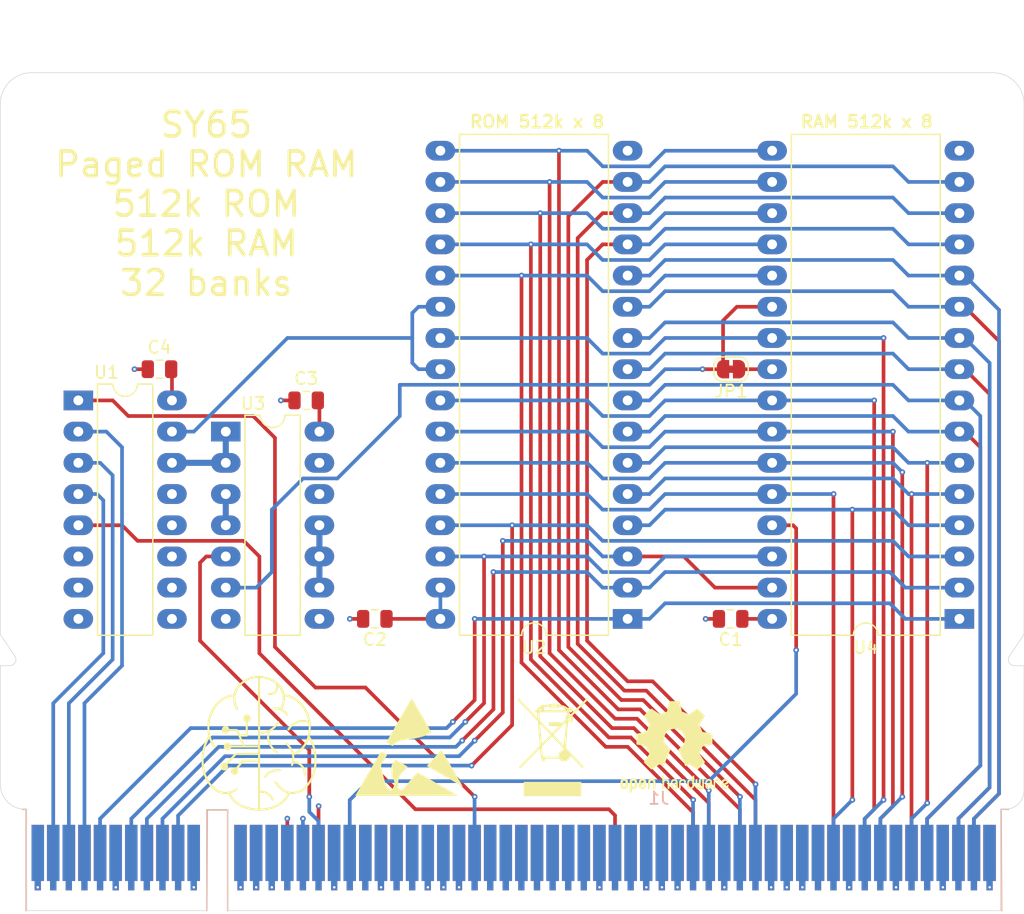
<source format=kicad_pcb>
(kicad_pcb (version 20240108) (generator "pcbnew") (generator_version "8.0")
  (layers (0 "F.Cu" signal) (1 "In1.Cu" power) (2 "In2.Cu" power) (31 "B.Cu" signal) (34 "B.Paste" user) (35 "F.Paste" user) (36 "B.SilkS" user "B.Silkscreen") (37 "F.SilkS" user "F.Silkscreen") (38 "B.Mask" user) (39 "F.Mask" user) (44 "Edge.Cuts" user))
  (net 0 "")
  (net 1 "+5V")
  (net 2 "GND")
  (net 3 "/RAM_3")
  (net 4 "/R{slash}~{W}")
  (net 5 "/ROM_2")
  (net 6 "/~{IRQ_4}")
  (net 7 "/D6")
  (net 8 "/A5")
  (net 9 "/ROM_5")
  (net 10 "/E")
  (net 11 "/~{IO}")
  (net 12 "/~{RDY}")
  (net 13 "/A6")
  (net 14 "/RAM_1")
  (net 15 "/D3")
  (net 16 "/RAM_4")
  (net 17 "/~{IRQ}")
  (net 18 "/~{L_RAM}")
  (net 19 "/A14")
  (net 20 "/SYNC_VPA")
  (net 21 "/M{slash}X")
  (net 22 "/CLK")
  (net 23 "/~{IRQ_0.4}")
  (net 24 "/~{IRQ_0.7}")
  (net 25 "/D4")
  (net 26 "+9V")
  (net 27 "/~{IRQ_0}")
  (net 28 "/D7")
  (net 29 "/A15")
  (net 30 "/A10")
  (net 31 "/A1")
  (net 32 "/~{NMI}")
  (net 33 "/RAM_2")
  (net 34 "/Ø2{slash}VDA")
  (net 35 "/ROM_6")
  (net 36 "/ROM_1")
  (net 37 "/~{IRQ_0.3}")
  (net 38 "/~{IRQ_1}")
  (net 39 "/ROM_0")
  (net 40 "/A7")
  (net 41 "/PAGE")
  (net 42 "/A9")
  (net 43 "/RAM_5")
  (net 44 "/~{IRQ_2}")
  (net 45 "/RAM_7")
  (net 46 "/~{IRQ_0.0}")
  (net 47 "/D1")
  (net 48 "/~{H_RAM}")
  (net 49 "/~{IRQ_0.1}")
  (net 50 "/D0")
  (net 51 "/A2")
  (net 52 "/RAM_0")
  (net 53 "/D2")
  (net 54 "/A12")
  (net 55 "/~{IRQ_0.5}")
  (net 56 "/~{RES}")
  (net 57 "/ROM_7")
  (net 58 "/~{BE}")
  (net 59 "/ROM_4")
  (net 60 "/~{IRQ_0.2}")
  (net 61 "/~{VP}")
  (net 62 "/A3")
  (net 63 "/~{ROM}")
  (net 64 "/D5")
  (net 65 "/~{IRQ_3}")
  (net 66 "/A13")
  (net 67 "/A4")
  (net 68 "/~{IRQ_0.6}")
  (net 69 "/RAM_6")
  (net 70 "/A11")
  (net 71 "/A0")
  (net 72 "/A8")
  (net 73 "/ROM_3")
  (net 74 "/~{ML}")
  (net 75 "Net-(JP1-A)")
  (net 76 "Net-(JP1-B)")
  (net 78 "/~{PAGE_RAM}")
  (net 83 "/~{PAGE_ROM}")
  (net 85 "/PAGE_RAM")
  (net 86 "Net-(U3-Pad10)")
  (footprint "Package_DIP:DIP-16_W7.62mm_LongPads" (layer "F.Cu") (at 125.222 72.39)
    (property "Reference" "U1")
    (property "Value" "74HC138")
  )
  (footprint "Capacitor_SMD:C_0805_2012Metric" (layer "F.Cu") (at 178.308 90.17 180)
    (property "Reference" "C1")
    (property "Value" "100n")
  )
  (footprint "Capacitor_SMD:C_0805_2012Metric" (layer "F.Cu") (at 131.826 69.85 180)
    (property "Reference" "C4")
    (property "Value" "100n")
  )
  (footprint "Jumper:SolderJumper-2_P1.3mm_Bridged_RoundedPad1.0x1.5mm" (layer "F.Cu") (at 178.3428 69.85 180)
    (property "Reference" "JP1")
    (property "Value" "OE_H")
  )
  (footprint "Symbol:WEEE-Logo_5.6x8mm_SilkScreen" (layer "F.Cu") (at 163.83 100.584)
    (property "Reference" "REF**" (hide yes))
    (property "Value" "WEEE-Logo_5.6x8mm_SilkScreen" (hide yes))
  )
  (footprint "Eigene:logo" (layer "F.Cu") (at 139.954 100.33)
    (property "Reference" "G***" (hide yes))
    (property "Value" "LOGO" (hide yes))
  )
  (footprint "Capacitor_SMD:C_0805_2012Metric" (layer "F.Cu") (at 149.352 90.17 180)
    (property "Reference" "C2")
    (property "Value" "100n")
  )
  (footprint "Symbol:ESD-Logo_8.9x8mm_SilkScreen" (layer "F.Cu") (at 152.146 100.584)
    (property "Reference" "REF**" (hide yes))
    (property "Value" "ESD-Logo_8.9x8mm_SilkScreen" (hide yes))
  )
  (footprint "Package_DIP:DIP-32_W15.24mm_LongPads" (layer "F.Cu") (at 169.926 90.17 180)
    (property "Reference" "U2")
    (property "Value" "SST39SF040")
  )
  (footprint "Capacitor_SMD:C_0805_2012Metric" (layer "F.Cu") (at 143.764 72.39 180)
    (property "Reference" "C3")
    (property "Value" "100n")
  )
  (footprint "Package_DIP:DIP-14_W7.62mm_LongPads" (layer "F.Cu") (at 137.222 74.93)
    (property "Reference" "U3")
    (property "Value" "74HC00")
  )
  (footprint "Symbol:OSHW-Logo2_9.8x8mm_SilkScreen" (layer "F.Cu") (at 173.736 100.584)
    (property "Reference" "REF**" (hide yes))
    (property "Value" "OSHW-Logo2_9.8x8mm_SilkScreen" (hide yes))
  )
  (footprint "Package_DIP:DIP-32_W15.24mm_LongPads" (layer "F.Cu") (at 196.926 90.17 180)
    (property "Reference" "U4")
    (property "Value" "AS6C4008-55PCN")
  )
  (footprint "Connector_PCBEdge:BUS_PCI" (layer "B.Cu") (at 160.65 110.55 180)
    (property "Reference" "J1")
    (property "Value" "Bus_PCI_6502")
  )
  (gr_arc (start 120.088369 93.244815) (mid 120.066132 93.739072) (end 119.634 93.98) (stroke (width 0.05)) (layer "Edge.Cuts"))
  (gr_arc (start 201.422 93.98) (mid 200.989868 93.739071) (end 200.967631 93.244815) (stroke (width 0.05)) (layer "Edge.Cuts"))
  (gr_line (start 202.184 91.44) (end 202.184 48.26) (stroke (width 0.05)) (layer "Edge.Cuts"))
  (gr_line (start 121.412 45.72) (end 199.644 45.72) (stroke (width 0.05)) (layer "Edge.Cuts"))
  (gr_arc (start 202.184 104.14) (mid 201.737631 105.217631) (end 200.66 105.664) (stroke (width 0.05)) (layer "Edge.Cuts"))
  (gr_arc (start 118.872 48.26) (mid 119.615949 46.463949) (end 121.412 45.72) (stroke (width 0.05)) (layer "Edge.Cuts"))
  (gr_line (start 202.184 93.98) (end 202.184 104.14) (stroke (width 0.05)) (layer "Edge.Cuts"))
  (gr_line (start 135.636 113.919) (end 135.636 105.664) (stroke (width 0.05)) (layer "Edge.Cuts"))
  (gr_line (start 135.636 105.664) (end 137.414 105.664) (stroke (width 0.05)) (layer "Edge.Cuts"))
  (gr_line (start 200.967631 93.244815) (end 202.184 91.44) (stroke (width 0.05)) (layer "Edge.Cuts"))
  (gr_line (start 119.634 93.98) (end 118.872 93.98) (stroke (width 0.05)) (layer "Edge.Cuts"))
  (gr_line (start 121.031 113.919) (end 135.636 113.919) (stroke (width 0.05)) (layer "Edge.Cuts"))
  (gr_arc (start 120.904 105.664) (mid 119.467159 105.068841) (end 118.872 103.632) (stroke (width 0.05)) (layer "Edge.Cuts"))
  (gr_line (start 137.414 113.919) (end 200.279 113.919) (stroke (width 0.05)) (layer "Edge.Cuts"))
  (gr_line (start 202.184 93.98) (end 201.422 93.98) (stroke (width 0.05)) (layer "Edge.Cuts"))
  (gr_line (start 120.904 105.664) (end 121.031 105.664) (stroke (width 0.05)) (layer "Edge.Cuts"))
  (gr_arc (start 199.644 45.72) (mid 201.440051 46.463949) (end 202.184 48.26) (stroke (width 0.05)) (layer "Edge.Cuts"))
  (gr_line (start 200.279 113.919) (end 200.279 105.664) (stroke (width 0.05)) (layer "Edge.Cuts"))
  (gr_line (start 137.414 105.664) (end 137.414 113.919) (stroke (width 0.05)) (layer "Edge.Cuts"))
  (gr_line (start 118.872 91.44) (end 120.088369 93.244815) (stroke (width 0.05)) (layer "Edge.Cuts"))
  (gr_line (start 200.279 105.664) (end 200.66 105.664) (stroke (width 0.05)) (layer "Edge.Cuts"))
  (gr_line (start 118.872 91.44) (end 118.872 48.26) (stroke (width 0.05)) (layer "Edge.Cuts"))
  (gr_line (start 121.031 105.664) (end 121.031 113.919) (stroke (width 0.05)) (layer "Edge.Cuts"))
  (gr_line (start 118.872 103.632) (end 118.872 93.98) (stroke (width 0.05)) (layer "Edge.Cuts"))
  (gr_text "ROM 512k x 8" (at 156.972 50.292 0) (layer "F.SilkS") (effects (font (size 1 1) (thickness 0.2) (bold yes)) (justify left bottom)))
  (gr_text "RAM 512k x 8" (at 183.896 50.292 0) (layer "F.SilkS") (effects (font (size 1 1) (thickness 0.2) (bold yes)) (justify left bottom)))
  (gr_text "SY65\nPaged ROM RAM\n512k ROM\n512k RAM\n32 banks" (at 135.636 64.008 0) (layer "F.SilkS") (effects (font (size 2 2) (thickness 0.3)) (justify bottom)))
  (segment (start 132.842 69.916) (end 132.776 69.85) (width 0.3) (layer "F.Cu") (net 1))
  (segment (start 144.842 72.518) (end 144.714 72.39) (width 0.3) (layer "F.Cu") (net 1))
  (segment (start 132.842 72.39) (end 132.842 69.916) (width 0.3) (layer "F.Cu") (net 1))
  (segment (start 179.258 90.17) (end 181.686 90.17) (width 0.3) (layer "F.Cu") (net 1))
  (segment (start 150.302 90.17) (end 154.686 90.17) (width 0.3) (layer "F.Cu") (net 1))
  (segment (start 144.842 74.93) (end 144.842 72.518) (width 0.3) (layer "F.Cu") (net 1))
  (via (at 172.72 112.014) (size 0.46) (drill 0.2) (layers "F.Cu" "B.Cu") (net 1))
  (via (at 182.88 112.014) (size 0.46) (drill 0.2) (layers "F.Cu" "B.Cu") (net 1))
  (via (at 154.94 112.014) (size 0.46) (drill 0.2) (layers "F.Cu" "B.Cu") (net 1))
  (via (at 140.97 112.014) (size 0.46) (drill 0.2) (layers "F.Cu" "B.Cu") (net 1))
  (segment (start 154.686 87.63) (end 154.686 90.17) (width 0.3) (layer "B.Cu") (net 1))
  (segment (start 148.402 90.17) (end 147.32 90.17) (width 0.3) (layer "F.Cu") (net 2))
  (segment (start 177.358 90.17) (end 176.276 90.17) (width 0.3) (layer "F.Cu") (net 2))
  (segment (start 142.23 106.426) (end 142.23 109.22) (width 0.3) (layer "F.Cu") (net 2))
  (segment (start 142.814 72.39) (end 141.705 72.39) (width 0.3) (layer "F.Cu") (net 2))
  (segment (start 144.77 105.42) (end 144.78 105.41) (width 0.3) (layer "F.Cu") (net 2))
  (segment (start 130.876 69.85) (end 129.794 69.85) (width 0.3) (layer "F.Cu") (net 2))
  (segment (start 144.77 109.22) (end 144.77 105.42) (width 0.3) (layer "F.Cu") (net 2))
  (via (at 139.7 112.014) (size 0.46) (drill 0.2) (layers "F.Cu" "B.Cu") (net 2))
  (via (at 171.45 112.014) (size 0.46) (drill 0.2) (layers "F.Cu" "B.Cu") (net 2))
  (via (at 181.61 112.014) (size 0.46) (drill 0.2) (layers "F.Cu" "B.Cu") (net 2))
  (via (at 147.32 90.17) (size 0.46) (drill 0.2) (layers "F.Cu" "B.Cu") (net 2))
  (via (at 128.27 112.014) (size 0.46) (drill 0.2) (layers "F.Cu" "B.Cu") (net 2))
  (via (at 149.86 112.014) (size 0.46) (drill 0.2) (layers "F.Cu" "B.Cu") (net 2))
  (via (at 191.77 112.014) (size 0.46) (drill 0.2) (layers "F.Cu" "B.Cu") (net 2))
  (via (at 187.96 112.014) (size 0.46) (drill 0.2) (layers "F.Cu" "B.Cu") (net 2))
  (via (at 121.92 112.014) (size 0.46) (drill 0.2) (layers "F.Cu" "B.Cu") (net 2))
  (via (at 184.15 112.014) (size 0.46) (drill 0.2) (layers "F.Cu" "B.Cu") (net 2))
  (via (at 156.21 112.014) (size 0.46) (drill 0.2) (layers "F.Cu" "B.Cu") (net 2))
  (via (at 195.58 112.014) (size 0.46) (drill 0.2) (layers "F.Cu" "B.Cu") (net 2))
  (via (at 141.705 72.39) (size 0.46) (drill 0.2) (layers "F.Cu" "B.Cu") (net 2))
  (via (at 153.67 112.014) (size 0.46) (drill 0.2) (layers "F.Cu" "B.Cu") (net 2))
  (via (at 146.05 112.014) (size 0.46) (drill 0.2) (layers "F.Cu" "B.Cu") (net 2))
  (via (at 177.8 112.014) (size 0.46) (drill 0.2) (layers "F.Cu" "B.Cu") (net 2))
  (via (at 144.78 105.41) (size 0.46) (drill 0.2) (layers "F.Cu" "B.Cu") (net 2))
  (via (at 134.62 112.014) (size 0.46) (drill 0.2) (layers "F.Cu" "B.Cu") (net 2))
  (via (at 173.99 112.014) (size 0.46) (drill 0.2) (layers "F.Cu" "B.Cu") (net 2))
  (via (at 167.64 112.014) (size 0.46) (drill 0.2) (layers "F.Cu" "B.Cu") (net 2))
  (via (at 176.276 90.17) (size 0.46) (drill 0.2) (layers "F.Cu" "B.Cu") (net 2))
  (via (at 199.39 112.014) (size 0.46) (drill 0.2) (layers "F.Cu" "B.Cu") (net 2))
  (via (at 129.794 69.85) (size 0.46) (drill 0.2) (layers "F.Cu" "B.Cu") (net 2))
  (via (at 143.5 106.426) (size 0.46) (drill 0.2) (layers "F.Cu" "B.Cu") (net 2))
  (via (at 142.23 106.426) (size 0.46) (drill 0.2) (layers "F.Cu" "B.Cu") (net 2))
  (segment (start 143.5 106.426) (end 143.5 109.22) (width 0.3) (layer "B.Cu") (net 2))
  (segment (start 183.642 92.71) (end 183.642 82.804) (width 0.3) (layer "F.Cu") (net 4))
  (segment (start 183.642 82.804) (end 183.388 82.55) (width 0.3) (layer "F.Cu") (net 4))
  (segment (start 183.388 82.55) (end 181.686 82.55) (width 0.3) (layer "F.Cu") (net 4))
  (via (at 183.642 92.71) (size 0.46) (drill 0.2) (layers "F.Cu" "B.Cu") (net 4))
  (segment (start 163.322 103.378) (end 176.53 103.378) (width 0.3) (layer "B.Cu") (net 4))
  (segment (start 148.336 103.886) (end 148.844 103.378) (width 0.3) (layer "B.Cu") (net 4))
  (segment (start 176.53 103.378) (end 181.356 98.552) (width 0.3) (layer "B.Cu") (net 4))
  (segment (start 147.31 104.912) (end 148.336 103.886) (width 0.3) (layer "B.Cu") (net 4))
  (segment (start 181.356 98.552) (end 183.642 96.266) (width 0.3) (layer "B.Cu") (net 4))
  (segment (start 148.844 103.378) (end 163.322 103.378) (width 0.3) (layer "B.Cu") (net 4))
  (segment (start 147.31 109.22) (end 147.31 104.912) (width 0.3) (layer "B.Cu") (net 4))
  (segment (start 183.642 96.266) (end 183.642 92.71) (width 0.3) (layer "B.Cu") (net 4))
  (segment (start 159.004 97.536) (end 156.464 100.076) (width 0.3) (layer "F.Cu") (net 5))
  (segment (start 159.004 86.36) (end 159.004 97.536) (width 0.3) (layer "F.Cu") (net 5))
  (via (at 156.464 100.076) (size 0.46) (drill 0.2) (layers "F.Cu" "B.Cu") (net 5))
  (via (at 159.004 86.36) (size 0.46) (drill 0.2) (layers "F.Cu" "B.Cu") (net 5))
  (segment (start 169.926 87.63) (end 171.704 87.63) (width 0.3) (layer "B.Cu") (net 5))
  (segment (start 159.004 86.36) (end 166.624 86.36) (width 0.3) (layer "B.Cu") (net 5))
  (segment (start 167.894 87.63) (end 169.926 87.63) (width 0.3) (layer "B.Cu") (net 5))
  (segment (start 192.532 87.63) (end 196.926 87.63) (width 0.3) (layer "B.Cu") (net 5))
  (segment (start 155.956 100.584) (end 156.464 100.076) (width 0.3) (layer "B.Cu") (net 5))
  (segment (start 130.8 106.436) (end 135.382 101.854) (width 0.3) (layer "B.Cu") (net 5))
  (segment (start 135.382 101.854) (end 136.652 100.584) (width 0.3) (layer "B.Cu") (net 5))
  (segment (start 130.8 109.22) (end 130.8 106.436) (width 0.3) (layer "B.Cu") (net 5))
  (segment (start 166.624 86.36) (end 167.894 87.63) (width 0.3) (layer "B.Cu") (net 5))
  (segment (start 172.974 86.36) (end 191.262 86.36) (width 0.3) (layer "B.Cu") (net 5))
  (segment (start 138.684 100.584) (end 155.956 100.584) (width 0.3) (layer "B.Cu") (net 5))
  (segment (start 136.652 100.584) (end 138.684 100.584) (width 0.3) (layer "B.Cu") (net 5))
  (segment (start 191.262 86.36) (end 192.532 87.63) (width 0.3) (layer "B.Cu") (net 5))
  (segment (start 171.704 87.63) (end 172.974 86.36) (width 0.3) (layer "B.Cu") (net 5))
  (segment (start 170.18 99.822) (end 175.26 104.902) (width 0.3) (layer "F.Cu") (net 7))
  (segment (start 162.052 59.69) (end 162.052 93.472) (width 0.3) (layer "F.Cu") (net 7))
  (segment (start 162.052 93.472) (end 168.402 99.822) (width 0.3) (layer "F.Cu") (net 7))
  (segment (start 168.402 99.822) (end 170.18 99.822) (width 0.3) (layer "F.Cu") (net 7))
  (via (at 175.26 104.902) (size 0.46) (drill 0.2) (layers "F.Cu" "B.Cu") (net 7))
  (via (at 162.052 59.69) (size 0.46) (drill 0.2) (layers "F.Cu" "B.Cu") (net 7))
  (segment (start 162.052 59.69) (end 166.624 59.69) (width 0.3) (layer "B.Cu") (net 7))
  (segment (start 154.686 59.69) (end 162.052 59.69) (width 0.3) (layer "B.Cu") (net 7))
  (segment (start 171.704 60.96) (end 172.974 59.69) (width 0.3) (layer "B.Cu") (net 7))
  (segment (start 172.974 59.69) (end 181.686 59.69) (width 0.3) (layer "B.Cu") (net 7))
  (segment (start 175.25 104.912) (end 175.26 104.902) (width 0.3) (layer "B.Cu") (net 7))
  (segment (start 175.25 109.22) (end 175.25 104.912) (width 0.3) (layer "B.Cu") (net 7))
  (segment (start 166.624 59.69) (end 167.894 60.96) (width 0.3) (layer "B.Cu") (net 7))
  (segment (start 167.894 60.96) (end 171.704 60.96) (width 0.3) (layer "B.Cu") (net 7))
  (segment (start 194.3 106.436) (end 198.628 102.108) (width 0.3) (layer "F.Cu") (net 8))
  (segment (start 197.358 74.93) (end 196.926 74.93) (width 0.3) (layer "F.Cu") (net 8))
  (segment (start 198.628 102.108) (end 198.628 76.2) (width 0.3) (layer "F.Cu") (net 8))
  (segment (start 198.628 76.2) (end 197.358 74.93) (width 0.3) (layer "F.Cu") (net 8))
  (segment (start 194.3 109.22) (end 194.3 106.436) (width 0.3) (layer "F.Cu") (net 8))
  (segment (start 192.786 74.93) (end 196.926 74.93) (width 0.3) (layer "B.Cu") (net 8))
  (segment (start 191.516 73.66) (end 192.786 74.93) (width 0.3) (layer "B.Cu") (net 8))
  (segment (start 172.974 73.66) (end 191.516 73.66) (width 0.3) (layer "B.Cu") (net 8))
  (segment (start 169.926 74.93) (end 171.704 74.93) (width 0.3) (layer "B.Cu") (net 8))
  (segment (start 171.704 74.93) (end 172.974 73.66) (width 0.3) (layer "B.Cu") (net 8))
  (segment (start 125.72 97.038) (end 128.778 93.98) (width 0.3) (layer "B.Cu") (net 9))
  (segment (start 128.778 76.2) (end 127.508 74.93) (width 0.3) (layer "B.Cu") (net 9))
  (segment (start 127.508 74.93) (end 125.222 74.93) (width 0.3) (layer "B.Cu") (net 9))
  (segment (start 128.778 93.98) (end 128.778 76.2) (width 0.3) (layer "B.Cu") (net 9))
  (segment (start 125.72 109.22) (end 125.72 97.038) (width 0.3) (layer "B.Cu") (net 9))
  (segment (start 194.31 105.156) (end 194.31 77.47) (width 0.3) (layer "F.Cu") (net 13))
  (via (at 194.31 105.156) (size 0.46) (drill 0.2) (layers "F.Cu" "B.Cu") (net 13))
  (via (at 194.31 77.47) (size 0.46) (drill 0.2) (layers "F.Cu" "B.Cu") (net 13))
  (segment (start 193.03 106.436) (end 194.31 105.156) (width 0.3) (layer "B.Cu") (net 13))
  (segment (start 171.704 77.47) (end 172.974 76.2) (width 0.3) (layer "B.Cu") (net 13))
  (segment (start 172.974 76.2) (end 191.516 76.2) (width 0.3) (layer "B.Cu") (net 13))
  (segment (start 194.31 77.47) (end 196.926 77.47) (width 0.3) (layer "B.Cu") (net 13))
  (segment (start 191.516 76.2) (end 192.786 77.47) (width 0.3) (layer "B.Cu") (net 13))
  (segment (start 192.786 77.47) (end 194.31 77.47) (width 0.3) (layer "B.Cu") (net 13))
  (segment (start 193.03 109.22) (end 193.03 106.436) (width 0.3) (layer "B.Cu") (net 13))
  (segment (start 169.926 77.47) (end 171.704 77.47) (width 0.3) (layer "B.Cu") (net 13))
  (segment (start 170.942 97.536) (end 179.06 105.654) (width 0.3) (layer "F.Cu") (net 15))
  (segment (start 164.338 52.07) (end 164.338 92.71) (width 0.3) (layer "F.Cu") (net 15))
  (segment (start 169.164 97.536) (end 170.942 97.536) (width 0.3) (layer "F.Cu") (net 15))
  (segment (start 164.338 92.71) (end 169.164 97.536) (width 0.3) (layer "F.Cu") (net 15))
  (segment (start 179.06 105.654) (end 179.06 109.22) (width 0.3) (layer "F.Cu") (net 15))
  (via (at 164.338 52.07) (size 0.46) (drill 0.2) (layers "F.Cu" "B.Cu") (net 15))
  (segment (start 171.704 53.34) (end 172.974 52.07) (width 0.3) (layer "B.Cu") (net 15))
  (segment (start 172.974 52.07) (end 181.686 52.07) (width 0.3) (layer "B.Cu") (net 15))
  (segment (start 166.624 52.07) (end 167.894 53.34) (width 0.3) (layer "B.Cu") (net 15))
  (segment (start 167.894 53.34) (end 171.704 53.34) (width 0.3) (layer "B.Cu") (net 15))
  (segment (start 164.338 52.07) (end 166.624 52.07) (width 0.3) (layer "B.Cu") (net 15))
  (segment (start 154.686 52.07) (end 164.338 52.07) (width 0.3) (layer "B.Cu") (net 15))
  (segment (start 135.636 85.09) (end 137.222 85.09) (width 0.3) (layer "F.Cu") (net 22))
  (segment (start 135.128 91.948) (end 135.128 85.598) (width 0.3) (layer "F.Cu") (net 22))
  (segment (start 135.128 85.598) (end 135.636 85.09) (width 0.3) (layer "F.Cu") (net 22))
  (segment (start 144.018 104.648) (end 144.018 100.838) (width 0.3) (layer "F.Cu") (net 22))
  (segment (start 144.018 100.838) (end 135.128 91.948) (width 0.3) (layer "F.Cu") (net 22))
  (via (at 144.018 104.648) (size 0.46) (drill 0.2) (layers "F.Cu" "B.Cu") (net 22))
  (segment (start 144.77 106.627122) (end 144.018 105.875122) (width 0.3) (layer "B.Cu") (net 22))
  (segment (start 144.77 109.22) (end 144.77 106.627122) (width 0.3) (layer "B.Cu") (net 22))
  (segment (start 144.018 105.875122) (end 144.018 104.648) (width 0.3) (layer "B.Cu") (net 22))
  (segment (start 163.576 54.61) (end 163.576 92.964) (width 0.3) (layer "F.Cu") (net 25))
  (segment (start 168.91 98.298) (end 170.688 98.298) (width 0.3) (layer "F.Cu") (net 25))
  (segment (start 170.688 98.298) (end 176.53 104.14) (width 0.3) (layer "F.Cu") (net 25))
  (segment (start 163.576 92.964) (end 168.91 98.298) (width 0.3) (layer "F.Cu") (net 25))
  (via (at 176.53 104.14) (size 0.46) (drill 0.2) (layers "F.Cu" "B.Cu") (net 25))
  (via (at 163.576 54.61) (size 0.46) (drill 0.2) (layers "F.Cu" "B.Cu") (net 25))
  (segment (start 163.576 54.61) (end 166.624 54.61) (width 0.3) (layer "B.Cu") (net 25))
  (segment (start 176.53 109.22) (end 176.53 104.14) (width 0.3) (layer "B.Cu") (net 25))
  (segment (start 172.974 54.61) (end 181.686 54.61) (width 0.3) (layer "B.Cu") (net 25))
  (segment (start 167.894 55.88) (end 171.704 55.88) (width 0.3) (layer "B.Cu") (net 25))
  (segment (start 154.686 54.61) (end 163.576 54.61) (width 0.3) (layer "B.Cu") (net 25))
  (segment (start 171.704 55.88) (end 172.974 54.61) (width 0.3) (layer "B.Cu") (net 25))
  (segment (start 166.624 54.61) (end 167.894 55.88) (width 0.3) (layer "B.Cu") (net 25))
  (via (at 138.43 112.014) (size 0.46) (drill 0.2) (layers "F.Cu" "B.Cu") (net 26))
  (segment (start 169.926 100.584) (end 175.25 105.908) (width 0.3) (layer "F.Cu") (net 28))
  (segment (start 161.29 62.23) (end 161.29 93.726) (width 0.3) (layer "F.Cu") (net 28))
  (segment (start 175.25 105.908) (end 175.25 109.22) (width 0.3) (layer "F.Cu") (net 28))
  (segment (start 161.29 93.726) (end 168.148 100.584) (width 0.3) (layer "F.Cu") (net 28))
  (segment (start 168.148 100.584) (end 169.926 100.584) (width 0.3) (layer "F.Cu") (net 28))
  (via (at 161.29 62.23) (size 0.46) (drill 0.2) (layers "F.Cu" "B.Cu") (net 28))
  (segment (start 167.894 63.5) (end 171.704 63.5) (width 0.3) (layer "B.Cu") (net 28))
  (segment (start 171.704 63.5) (end 172.974 62.23) (width 0.3) (layer "B.Cu") (net 28))
  (segment (start 154.686 62.23) (end 161.29 62.23) (width 0.3) (layer "B.Cu") (net 28))
  (segment (start 161.29 62.23) (end 166.624 62.23) (width 0.3) (layer "B.Cu") (net 28))
  (segment (start 166.624 62.23) (end 167.894 63.5) (width 0.3) (layer "B.Cu") (net 28))
  (segment (start 172.974 62.23) (end 181.686 62.23) (width 0.3) (layer "B.Cu") (net 28))
  (segment (start 190.754 104.902) (end 190.754 67.31) (width 0.3) (layer "F.Cu") (net 30))
  (via (at 190.754 104.902) (size 0.46) (drill 0.2) (layers "F.Cu" "B.Cu") (net 30))
  (via (at 190.754 67.31) (size 0.46) (drill 0.2) (layers "F.Cu" "B.Cu") (net 30))
  (segment (start 154.686 67.31) (end 166.624 67.31) (width 0.3) (layer "B.Cu") (net 30))
  (segment (start 167.894 68.58) (end 171.704 68.58) (width 0.3) (layer "B.Cu") (net 30))
  (segment (start 166.624 67.31) (end 167.894 68.58) (width 0.3) (layer "B.Cu") (net 30))
  (segment (start 171.704 68.58) (end 172.974 67.31) (width 0.3) (layer "B.Cu") (net 30))
  (segment (start 172.974 67.31) (end 181.686 67.31) (width 0.3) (layer "B.Cu") (net 30))
  (segment (start 190.754 67.31) (end 181.686 67.31) (width 0.3) (layer "B.Cu") (net 30))
  (segment (start 189.22 109.22) (end 189.22 106.436) (width 0.3) (layer "B.Cu") (net 30))
  (segment (start 189.22 106.436) (end 190.754 104.902) (width 0.3) (layer "B.Cu") (net 30))
  (segment (start 200.152 104.394) (end 200.152 67.564) (width 0.3) (layer "F.Cu") (net 31))
  (segment (start 200.152 67.564) (end 197.358 64.77) (width 0.3) (layer "F.Cu") (net 31))
  (segment (start 198.11 109.22) (end 198.11 106.436) (width 0.3) (layer "F.Cu") (net 31))
  (segment (start 198.11 106.436) (end 200.152 104.394) (width 0.3) (layer "F.Cu") (net 31))
  (segment (start 197.358 64.77) (end 196.926 64.77) (width 0.3) (layer "F.Cu") (net 31))
  (segment (start 169.926 64.77) (end 171.704 64.77) (width 0.3) (layer "B.Cu") (net 31))
  (segment (start 171.704 64.77) (end 172.974 63.5) (width 0.3) (layer "B.Cu") (net 31))
  (segment (start 172.974 63.5) (end 191.516 63.5) (width 0.3) (layer "B.Cu") (net 31))
  (segment (start 191.516 63.5) (end 192.786 64.77) (width 0.3) (layer "B.Cu") (net 31))
  (segment (start 192.786 64.77) (end 196.926 64.77) (width 0.3) (layer "B.Cu") (net 31))
  (segment (start 124.45 109.22) (end 124.45 97.038) (width 0.3) (layer "B.Cu") (net 35))
  (segment (start 127 77.47) (end 125.222 77.47) (width 0.3) (layer "B.Cu") (net 35))
  (segment (start 128.016 93.472) (end 128.016 78.486) (width 0.3) (layer "B.Cu") (net 35))
  (segment (start 124.45 97.038) (end 128.016 93.472) (width 0.3) (layer "B.Cu") (net 35))
  (segment (start 128.016 78.486) (end 127 77.47) (width 0.3) (layer "B.Cu") (net 35))
  (segment (start 174.498 85.09) (end 177.038 87.63) (width 0.3) (layer "F.Cu") (net 36))
  (segment (start 157.48 100.076) (end 159.766 97.79) (width 0.3) (layer "F.Cu") (net 36))
  (segment (start 159.766 97.79) (end 159.766 83.82) (width 0.3) (layer "F.Cu") (net 36))
  (segment (start 177.038 87.63) (end 181.686 87.63) (width 0.3) (layer "F.Cu") (net 36))
  (segment (start 169.926 85.09) (end 174.498 85.09) (width 0.3) (layer "F.Cu") (net 36))
  (via (at 159.766 83.82) (size 0.46) (drill 0.2) (layers "F.Cu" "B.Cu") (net 36))
  (via (at 157.48 100.076) (size 0.46) (drill 0.2) (layers "F.Cu" "B.Cu") (net 36))
  (segment (start 132.07 109.22) (end 132.07 106.436) (width 0.3) (layer "B.Cu") (net 36))
  (segment (start 156.21 101.346) (end 157.48 100.076) (width 0.3) (layer "B.Cu") (net 36))
  (segment (start 166.624 83.82) (end 167.894 85.09) (width 0.3) (layer "B.Cu") (net 36))
  (segment (start 167.894 85.09) (end 169.926 85.09) (width 0.3) (layer "B.Cu") (net 36))
  (segment (start 137.16 101.346) (end 156.21 101.346) (width 0.3) (layer "B.Cu") (net 36))
  (segment (start 159.766 83.82) (end 166.624 83.82) (width 0.3) (layer "B.Cu") (net 36))
  (segment (start 132.07 106.436) (end 137.16 101.346) (width 0.3) (layer "B.Cu") (net 36))
  (segment (start 160.528 98.806) (end 157.226 102.108) (width 0.3) (layer "F.Cu") (net 39))
  (segment (start 160.528 82.55) (end 160.528 98.806) (width 0.3) (layer "F.Cu") (net 39))
  (via (at 160.528 82.55) (size 0.46) (drill 0.2) (layers "F.Cu" "B.Cu") (net 39))
  (via (at 157.226 102.108) (size 0.46) (drill 0.2) (layers "F.Cu" "B.Cu") (net 39))
  (segment (start 133.34 109.22) (end 133.34 106.182) (width 0.3) (layer "B.Cu") (net 39))
  (segment (start 133.34 106.182) (end 137.414 102.108) (width 0.3) (layer "B.Cu") (net 39))
  (segment (start 166.624 82.55) (end 167.894 83.82) (width 0.3) (layer "B.Cu") (net 39))
  (segment (start 137.414 102.108) (end 157.226 102.108) (width 0.3) (layer "B.Cu") (net 39))
  (segment (start 191.516 83.82) (end 192.786 85.09) (width 0.3) (layer "B.Cu") (net 39))
  (segment (start 160.528 82.55) (end 166.624 82.55) (width 0.3) (layer "B.Cu") (net 39))
  (segment (start 167.894 83.82) (end 191.516 83.82) (width 0.3) (layer "B.Cu") (net 39))
  (segment (start 192.786 85.09) (end 196.926 85.09) (width 0.3) (layer "B.Cu") (net 39))
  (segment (start 154.686 82.55) (end 160.528 82.55) (width 0.3) (layer "B.Cu") (net 39))
  (segment (start 193.03 80.02) (end 193.04 80.01) (width 0.3) (layer "F.Cu") (net 40))
  (segment (start 193.03 109.22) (end 193.03 80.02) (width 0.3) (layer "F.Cu") (net 40))
  (via (at 193.04 80.01) (size 0.46) (drill 0.2) (layers "F.Cu" "B.Cu") (net 40))
  (segment (start 172.974 78.74) (end 191.516 78.74) (width 0.3) (layer "B.Cu") (net 40))
  (segment (start 191.516 78.74) (end 192.786 80.01) (width 0.3) (layer "B.Cu") (net 40))
  (segment (start 192.786 80.01) (end 193.04 80.01) (width 0.3) (layer "B.Cu") (net 40))
  (segment (start 193.04 80.01) (end 196.926 80.01) (width 0.3) (layer "B.Cu") (net 40))
  (segment (start 169.926 80.01) (end 171.704 80.01) (width 0.3) (layer "B.Cu") (net 40))
  (segment (start 171.704 80.01) (end 172.974 78.74) (width 0.3) (layer "B.Cu") (net 40))
  (segment (start 129.286 73.66) (end 128.016 72.39) (width 0.3) (layer "F.Cu") (net 41))
  (segment (start 141.224 75.438) (end 139.446 73.66) (width 0.3) (layer "F.Cu") (net 41))
  (segment (start 148.59 95.758) (end 144.526 95.758) (width 0.3) (layer "F.Cu") (net 41))
  (segment (start 128.016 72.39) (end 125.222 72.39) (width 0.3) (layer "F.Cu") (net 41))
  (segment (start 139.446 73.66) (end 129.286 73.66) (width 0.3) (layer "F.Cu") (net 41))
  (segment (start 141.224 92.456) (end 141.224 75.438) (width 0.3) (layer "F.Cu") (net 41))
  (segment (start 144.526 95.758) (end 141.224 92.456) (width 0.3) (layer "F.Cu") (net 41))
  (segment (start 157.48 104.648) (end 148.59 95.758) (width 0.3) (layer "F.Cu") (net 41))
  (via (at 157.48 104.648) (size 0.46) (drill 0.2) (layers "F.Cu" "B.Cu") (net 41))
  (segment (start 157.47 109.22) (end 157.47 104.658) (width 0.3) (layer "B.Cu") (net 41))
  (segment (start 157.47 104.658) (end 157.48 104.648) (width 0.3) (layer "B.Cu") (net 41))
  (segment (start 191.516 105.41) (end 191.516 74.93) (width 0.3) (layer "F.Cu") (net 42))
  (segment (start 190.49 109.22) (end 190.49 106.436) (width 0.3) (layer "F.Cu") (net 42))
  (segment (start 190.49 106.436) (end 191.516 105.41) (width 0.3) (layer "F.Cu") (net 42))
  (via (at 191.516 74.93) (size 0.46) (drill 0.2) (layers "F.Cu" "B.Cu") (net 42))
  (segment (start 171.704 76.2) (end 172.974 74.93) (width 0.3) (layer "B.Cu") (net 42))
  (segment (start 172.974 74.93) (end 181.686 74.93) (width 0.3) (layer "B.Cu") (net 42))
  (segment (start 166.624 74.93) (end 167.894 76.2) (width 0.3) (layer "B.Cu") (net 42))
  (segment (start 154.686 74.93) (end 166.624 74.93) (width 0.3) (layer "B.Cu") (net 42))
  (segment (start 191.516 74.93) (end 181.686 74.93) (width 0.3) (layer "B.Cu") (net 42))
  (segment (start 167.894 76.2) (end 171.704 76.2) (width 0.3) (layer "B.Cu") (net 42))
  (segment (start 165.862 92.202) (end 165.862 59.182) (width 0.3) (layer "F.Cu") (net 47))
  (segment (start 165.862 59.182) (end 167.894 57.15) (width 0.3) (layer "F.Cu") (net 47))
  (segment (start 169.672 96.012) (end 165.862 92.202) (width 0.3) (layer "F.Cu") (net 47))
  (segment (start 171.45 96.012) (end 169.672 96.012) (width 0.3) (layer "F.Cu") (net 47))
  (segment (start 167.894 57.15) (end 169.926 57.15) (width 0.3) (layer "F.Cu") (net 47))
  (segment (start 180.33 104.892) (end 171.45 96.012) (width 0.3) (layer "F.Cu") (net 47))
  (segment (start 180.33 109.22) (end 180.33 104.892) (width 0.3) (layer "F.Cu") (net 47))
  (segment (start 169.926 57.15) (end 171.704 57.15) (width 0.3) (layer "B.Cu") (net 47))
  (segment (start 191.516 55.88) (end 192.786 57.15) (width 0.3) (layer "B.Cu") (net 47))
  (segment (start 172.974 55.88) (end 191.516 55.88) (width 0.3) (layer "B.Cu") (net 47))
  (segment (start 192.786 57.15) (end 196.926 57.15) (width 0.3) (layer "B.Cu") (net 47))
  (segment (start 171.704 57.15) (end 172.974 55.88) (width 0.3) (layer "B.Cu") (net 47))
  (segment (start 171.958 95.25) (end 169.926 95.25) (width 0.3) (layer "F.Cu") (net 50))
  (segment (start 167.894 59.69) (end 169.926 59.69) (width 0.3) (layer "F.Cu") (net 50))
  (segment (start 166.624 91.948) (end 166.624 60.96) (width 0.3) (layer "F.Cu") (net 50))
  (segment (start 166.624 60.96) (end 167.894 59.69) (width 0.3) (layer "F.Cu") (net 50))
  (segment (start 180.34 103.632) (end 171.958 95.25) (width 0.3) (layer "F.Cu") (net 50))
  (segment (start 169.926 95.25) (end 166.624 91.948) (width 0.3) (layer "F.Cu") (net 50))
  (via (at 180.34 103.632) (size 0.46) (drill 0.2) (layers "F.Cu" "B.Cu") (net 50))
  (segment (start 191.516 58.42) (end 192.786 59.69) (width 0.3) (layer "B.Cu") (net 50))
  (segment (start 172.974 58.42) (end 191.516 58.42) (width 0.3) (layer "B.Cu") (net 50))
  (segment (start 180.33 103.642) (end 180.34 103.632) (width 0.3) (layer "B.Cu") (net 50))
  (segment (start 171.704 59.69) (end 172.974 58.42) (width 0.3) (layer "B.Cu") (net 50))
  (segment (start 192.786 59.69) (end 196.926 59.69) (width 0.3) (layer "B.Cu") (net 50))
  (segment (start 169.926 59.69) (end 171.704 59.69) (width 0.3) (layer "B.Cu") (net 50))
  (segment (start 180.33 109.22) (end 180.33 103.642) (width 0.3) (layer "B.Cu") (net 50))
  (segment (start 199.39 103.886) (end 199.39 69.342) (width 0.3) (layer "B.Cu") (net 51))
  (segment (start 196.85 106.426) (end 199.39 103.886) (width 0.3) (layer "B.Cu") (net 51))
  (segment (start 199.39 69.342) (end 197.358 67.31) (width 0.3) (layer "B.Cu") (net 51))
  (segment (start 191.516 66.04) (end 192.786 67.31) (width 0.3) (layer "B.Cu") (net 51))
  (segment (start 197.358 67.31) (end 196.926 67.31) (width 0.3) (layer "B.Cu") (net 51))
  (segment (start 196.85 109.22) (end 196.85 106.426) (width 0.3) (layer "B.Cu") (net 51))
  (segment (start 171.704 67.31) (end 172.974 66.04) (width 0.3) (layer "B.Cu") (net 51))
  (segment (start 169.926 67.31) (end 171.704 67.31) (width 0.3) (layer "B.Cu") (net 51))
  (segment (start 192.786 67.31) (end 196.926 67.31) (width 0.3) (layer "B.Cu") (net 51))
  (segment (start 172.974 66.04) (end 191.516 66.04) (width 0.3) (layer "B.Cu") (net 51))
  (segment (start 169.418 96.774) (end 165.1 92.456) (width 0.3) (layer "F.Cu") (net 53))
  (segment (start 179.07 104.648) (end 171.196 96.774) (width 0.3) (layer "F.Cu") (net 53))
  (segment (start 167.894 54.61) (end 169.926 54.61) (width 0.3) (layer "F.Cu") (net 53))
  (segment (start 165.1 57.404) (end 167.894 54.61) (width 0.3) (layer "F.Cu") (net 53))
  (segment (start 165.1 92.456) (end 165.1 57.404) (width 0.3) (layer "F.Cu") (net 53))
  (segment (start 171.196 96.774) (end 169.418 96.774) (width 0.3) (layer "F.Cu") (net 53))
  (via (at 179.07 104.648) (size 0.46) (drill 0.2) (layers "F.Cu" "B.Cu") (net 53))
  (segment (start 171.704 54.61) (end 172.974 53.34) (width 0.3) (layer "B.Cu") (net 53))
  (segment (start 192.786 54.61) (end 196.926 54.61) (width 0.3) (layer "B.Cu") (net 53))
  (segment (start 169.926 54.61) (end 171.704 54.61) (width 0.3) (layer "B.Cu") (net 53))
  (segment (start 172.974 53.34) (end 191.516 53.34) (width 0.3) (layer "B.Cu") (net 53))
  (segment (start 179.06 109.22) (end 179.06 104.658) (width 0.3) (layer "B.Cu") (net 53))
  (segment (start 179.06 104.658) (end 179.07 104.648) (width 0.3) (layer "B.Cu") (net 53))
  (segment (start 191.516 53.34) (end 192.786 54.61) (width 0.3) (layer "B.Cu") (net 53))
  (segment (start 188.214 104.902) (end 188.214 81.28) (width 0.3) (layer "F.Cu") (net 54))
  (via (at 188.214 81.28) (size 0.46) (drill 0.2) (layers "F.Cu" "B.Cu") (net 54))
  (via (at 188.214 104.902) (size 0.46) (drill 0.2) (layers "F.Cu" "B.Cu") (net 54))
  (segment (start 188.214 81.28) (end 191.516 81.28) (width 0.3) (layer "B.Cu") (net 54))
  (segment (start 192.786 82.55) (end 196.926 82.55) (width 0.3) (layer "B.Cu") (net 54))
  (segment (start 171.704 82.55) (end 172.974 81.28) (width 0.3) (layer "B.Cu") (net 54))
  (segment (start 186.68 109.22) (end 186.68 106.436) (width 0.3) (layer "B.Cu") (net 54))
  (segment (start 169.926 82.55) (end 171.704 82.55) (width 0.3) (layer "B.Cu") (net 54))
  (segment (start 191.516 81.28) (end 192.786 82.55) (width 0.3) (layer "B.Cu") (net 54))
  (segment (start 172.974 81.28) (end 188.214 81.28) (width 0.3) (layer "B.Cu") (net 54))
  (segment (start 186.68 106.436) (end 188.214 104.902) (width 0.3) (layer "B.Cu") (net 54))
  (segment (start 123.18 109.22) (end 123.18 97.038) (width 0.3) (layer "B.Cu") (net 57))
  (segment (start 126.746 80.01) (end 125.222 80.01) (width 0.3) (layer "B.Cu") (net 57))
  (segment (start 127.254 80.518) (end 126.746 80.01) (width 0.3) (layer "B.Cu") (net 57))
  (segment (start 123.18 97.038) (end 127.254 92.964) (width 0.3) (layer "B.Cu") (net 57))
  (segment (start 127.254 92.964) (end 127.254 80.518) (width 0.3) (layer "B.Cu") (net 57))
  (segment (start 157.48 96.774) (end 157.48 90.17) (width 0.3) (layer "F.Cu") (net 59))
  (segment (start 155.702 98.552) (end 157.48 96.774) (width 0.3) (layer "F.Cu") (net 59))
  (via (at 155.702 98.552) (size 0.46) (drill 0.2) (layers "F.Cu" "B.Cu") (net 59))
  (via (at 157.48 90.17) (size 0.46) (drill 0.2) (layers "F.Cu" "B.Cu") (net 59))
  (segment (start 157.48 90.17) (end 169.926 90.17) (width 0.3) (layer "B.Cu") (net 59))
  (segment (start 171.704 90.17) (end 172.974 88.9) (width 0.3) (layer "B.Cu") (net 59))
  (segment (start 138.176 99.06) (end 155.194 99.06) (width 0.3) (layer "B.Cu") (net 59))
  (segment (start 126.99 109.22) (end 126.99 106.436) (width 0.3) (layer "B.Cu") (net 59))
  (segment (start 134.366 99.06) (end 138.176 99.06) (width 0.3) (layer "B.Cu") (net 59))
  (segment (start 126.99 106.436) (end 130.81 102.616) (width 0.3) (layer "B.Cu") (net 59))
  (segment (start 155.194 99.06) (end 155.702 98.552) (width 0.3) (layer "B.Cu") (net 59))
  (segment (start 172.974 88.9) (end 191.262 88.9) (width 0.3) (layer "B.Cu") (net 59))
  (segment (start 191.262 88.9) (end 192.532 90.17) (width 0.3) (layer "B.Cu") (net 59))
  (segment (start 192.532 90.17) (end 196.926 90.17) (width 0.3) (layer "B.Cu") (net 59))
  (segment (start 130.81 102.616) (end 134.366 99.06) (width 0.3) (layer "B.Cu") (net 59))
  (segment (start 169.926 90.17) (end 171.704 90.17) (width 0.3) (layer "B.Cu") (net 59))
  (segment (start 199.39 71.882) (end 197.358 69.85) (width 0.3) (layer "F.Cu") (net 62))
  (segment (start 197.358 69.85) (end 196.926 69.85) (width 0.3) (layer "F.Cu") (net 62))
  (segment (start 196.85 106.426) (end 199.39 103.886) (width 0.3) (layer "F.Cu") (net 62))
  (segment (start 199.39 103.886) (end 199.39 71.882) (width 0.3) (layer "F.Cu") (net 62))
  (segment (start 196.85 109.22) (end 196.85 106.426) (width 0.3) (layer "F.Cu") (net 62))
  (segment (start 172.974 68.58) (end 191.516 68.58) (width 0.3) (layer "B.Cu") (net 62))
  (segment (start 192.786 69.85) (end 196.926 69.85) (width 0.3) (layer "B.Cu") (net 62))
  (segment (start 169.926 69.85) (end 171.704 69.85) (width 0.3) (layer "B.Cu") (net 62))
  (segment (start 171.704 69.85) (end 172.974 68.58) (width 0.3) (layer "B.Cu") (net 62))
  (segment (start 191.516 68.58) (end 192.786 69.85) (width 0.3) (layer "B.Cu") (net 62))
  (segment (start 152.654 105.664) (end 139.954 92.964) (width 0.3) (layer "F.Cu") (net 63))
  (segment (start 130.048 83.82) (end 128.778 82.55) (width 0.3) (layer "F.Cu") (net 63))
  (segment (start 168.9 106.162) (end 168.402 105.664) (width 0.3) (layer "F.Cu") (net 63))
  (segment (start 139.954 92.964) (end 139.954 85.09) (width 0.3) (layer "F.Cu") (net 63))
  (segment (start 128.778 82.55) (end 125.222 82.55) (width 0.3) (layer "F.Cu") (net 63))
  (segment (start 168.9 109.22) (end 168.9 106.162) (width 0.3) (layer "F.Cu") (net 63))
  (segment (start 138.684 83.82) (end 130.048 83.82) (width 0.3) (layer "F.Cu") (net 63))
  (segment (start 139.954 85.09) (end 138.684 83.82) (width 0.3) (layer "F.Cu") (net 63))
  (segment (start 168.402 105.664) (end 152.654 105.664) (width 0.3) (layer "F.Cu") (net 63))
  (segment (start 168.656 99.06) (end 170.434 99.06) (width 0.3) (layer "F.Cu") (net 64))
  (segment (start 176.53 105.156) (end 176.53 109.22) (width 0.3) (layer "F.Cu") (net 64))
  (segment (start 170.434 99.06) (end 176.53 105.156) (width 0.3) (layer "F.Cu") (net 64))
  (segment (start 162.814 93.218) (end 168.656 99.06) (width 0.3) (layer "F.Cu") (net 64))
  (segment (start 162.814 57.15) (end 162.814 93.218) (width 0.3) (layer "F.Cu") (net 64))
  (via (at 162.814 57.15) (size 0.46) (drill 0.2) (layers "F.Cu" "B.Cu") (net 64))
  (segment (start 162.814 57.15) (end 166.624 57.15) (width 0.3) (layer "B.Cu") (net 64))
  (segment (start 171.704 58.42) (end 172.974 57.15) (width 0.3) (layer "B.Cu") (net 64))
  (segment (start 167.894 58.42) (end 171.704 58.42) (width 0.3) (layer "B.Cu") (net 64))
  (segment (start 154.686 57.15) (end 162.814 57.15) (width 0.3) (layer "B.Cu") (net 64))
  (segment (start 172.974 57.15) (end 181.686 57.15) (width 0.3) (layer "B.Cu") (net 64))
  (segment (start 166.624 57.15) (end 167.894 58.42) (width 0.3) (layer "B.Cu") (net 64))
  (segment (start 186.68 80.02) (end 186.69 80.01) (width 0.3) (layer "F.Cu") (net 66))
  (segment (start 186.68 109.22) (end 186.68 80.02) (width 0.3) (layer "F.Cu") (net 66))
  (via (at 186.69 80.01) (size 0.46) (drill 0.2) (layers "F.Cu" "B.Cu") (net 66))
  (segment (start 154.686 80.01) (end 166.624 80.01) (width 0.3) (layer "B.Cu") (net 66))
  (segment (start 166.624 80.01) (end 167.894 81.28) (width 0.3) (layer "B.Cu") (net 66))
  (segment (start 186.69 80.01) (end 181.686 80.01) (width 0.3) (layer "B.Cu") (net 66))
  (segment (start 167.894 81.28) (end 171.704 81.28) (width 0.3) (layer "B.Cu") (net 66))
  (segment (start 172.974 80.01) (end 181.686 80.01) (width 0.3) (layer "B.Cu") (net 66))
  (segment (start 171.704 81.28) (end 172.974 80.01) (width 0.3) (layer "B.Cu") (net 66))
  (segment (start 192.786 72.39) (end 196.926 72.39) (width 0.3) (layer "B.Cu") (net 67))
  (segment (start 194.3 106.436) (end 198.628 102.108) (width 0.3) (layer "B.Cu") (net 67))
  (segment (start 169.926 72.39) (end 171.704 72.39) (width 0.3) (layer "B.Cu") (net 67))
  (segment (start 191.516 71.12) (end 192.786 72.39) (width 0.3) (layer "B.Cu") (net 67))
  (segment (start 198.628 102.108) (end 198.628 73.66) (width 0.3) (layer "B.Cu") (net 67))
  (segment (start 194.3 109.22) (end 194.3 106.436) (width 0.3) (layer "B.Cu") (net 67))
  (segment (start 197.358 72.39) (end 196.926 72.39) (width 0.3) (layer "B.Cu") (net 67))
  (segment (start 198.628 73.66) (end 197.358 72.39) (width 0.3) (layer "B.Cu") (net 67))
  (segment (start 171.704 72.39) (end 172.974 71.12) (width 0.3) (layer "B.Cu") (net 67))
  (segment (start 172.974 71.12) (end 191.516 71.12) (width 0.3) (layer "B.Cu") (net 67))
  (segment (start 189.22 109.22) (end 189.22 106.436) (width 0.3) (layer "F.Cu") (net 70))
  (segment (start 189.22 106.436) (end 189.992 105.664) (width 0.3) (layer "F.Cu") (net 70))
  (segment (start 189.992 105.664) (end 189.992 72.39) (width 0.3) (layer "F.Cu") (net 70))
  (via (at 189.992 72.39) (size 0.46) (drill 0.2) (layers "F.Cu" "B.Cu") (net 70))
  (segment (start 189.992 72.39) (end 181.686 72.39) (width 0.3) (layer "B.Cu") (net 70))
  (segment (start 154.686 72.39) (end 166.624 72.39) (width 0.3) (layer "B.Cu") (net 70))
  (segment (start 172.974 72.39) (end 181.686 72.39) (width 0.3) (layer "B.Cu") (net 70))
  (segment (start 166.624 72.39) (end 167.894 73.66) (width 0.3) (layer "B.Cu") (net 70))
  (segment (start 171.704 73.66) (end 172.974 72.39) (width 0.3) (layer "B.Cu") (net 70))
  (segment (start 167.894 73.66) (end 171.704 73.66) (width 0.3) (layer "B.Cu") (net 70))
  (segment (start 192.786 62.23) (end 196.926 62.23) (width 0.3) (layer "B.Cu") (net 71))
  (segment (start 197.358 62.23) (end 196.926 62.23) (width 0.3) (layer "B.Cu") (net 71))
  (segment (start 172.974 60.96) (end 191.516 60.96) (width 0.3) (layer "B.Cu") (net 71))
  (segment (start 200.152 104.394) (end 200.152 65.024) (width 0.3) (layer "B.Cu") (net 71))
  (segment (start 171.704 62.23) (end 172.974 60.96) (width 0.3) (layer "B.Cu") (net 71))
  (segment (start 191.516 60.96) (end 192.786 62.23) (width 0.3) (layer "B.Cu") (net 71))
  (segment (start 198.11 109.22) (end 198.11 106.436) (width 0.3) (layer "B.Cu") (net 71))
  (segment (start 200.152 65.024) (end 197.358 62.23) (width 0.3) (layer "B.Cu") (net 71))
  (segment (start 169.926 62.23) (end 171.704 62.23) (width 0.3) (layer "B.Cu") (net 71))
  (segment (start 198.11 106.436) (end 200.152 104.394) (width 0.3) (layer "B.Cu") (net 71))
  (segment (start 192.278 104.648) (end 192.278 78.232) (width 0.3) (layer "F.Cu") (net 72))
  (via (at 192.278 104.648) (size 0.46) (drill 0.2) (layers "F.Cu" "B.Cu") (net 72))
  (via (at 192.278 78.232) (size 0.46) (drill 0.2) (layers "F.Cu" "B.Cu") (net 72))
  (segment (start 190.49 106.436) (end 192.278 104.648) (width 0.3) (layer "B.Cu") (net 72))
  (segment (start 167.894 78.74) (end 171.704 78.74) (width 0.3) (layer "B.Cu") (net 72))
  (segment (start 154.686 77.47) (end 166.624 77.47) (width 0.3) (layer "B.Cu") (net 72))
  (segment (start 172.974 77.47) (end 181.686 77.47) (width 0.3) (layer "B.Cu") (net 72))
  (segment (start 166.624 77.47) (end 167.894 78.74) (width 0.3) (layer "B.Cu") (net 72))
  (segment (start 192.278 78.232) (end 191.516 77.47) (width 0.3) (layer "B.Cu") (net 72))
  (segment (start 190.49 109.22) (end 190.49 106.436) (width 0.3) (layer "B.Cu") (net 72))
  (segment (start 191.516 77.47) (end 181.686 77.47) (width 0.3) (layer "B.Cu") (net 72))
  (segment (start 171.704 78.74) (end 172.974 77.47) (width 0.3) (layer "B.Cu") (net 72))
  (segment (start 158.242 97.028) (end 158.242 85.09) (width 0.3) (layer "F.Cu") (net 73))
  (segment (start 156.718 98.552) (end 158.242 97.028) (width 0.3) (layer "F.Cu") (net 73))
  (via (at 158.242 85.09) (size 0.46) (drill 0.2) (layers "F.Cu" "B.Cu") (net 73))
  (via (at 156.718 98.552) (size 0.46) (drill 0.2) (layers "F.Cu" "B.Cu") (net 73))
  (segment (start 154.686 85.09) (end 158.242 85.09) (width 0.3) (layer "B.Cu") (net 73))
  (segment (start 136.144 99.822) (end 139.192 99.822) (width 0.3) (layer "B.Cu") (net 73))
  (segment (start 167.894 86.36) (end 171.704 86.36) (width 0.3) (layer "B.Cu") (net 73))
  (segment (start 155.448 99.822) (end 156.718 98.552) (width 0.3) (layer "B.Cu") (net 73))
  (segment (start 158.242 85.09) (end 166.624 85.09) (width 0.3) (layer "B.Cu") (net 73))
  (segment (start 171.704 86.36) (end 172.974 85.09) (width 0.3) (layer "B.Cu") (net 73))
  (segment (start 134.874 101.092) (end 136.144 99.822) (width 0.3) (layer "B.Cu") (net 73))
  (segment (start 166.624 85.09) (end 167.894 86.36) (width 0.3) (layer "B.Cu") (net 73))
  (segment (start 129.53 109.22) (end 129.53 106.436) (width 0.3) (layer "B.Cu") (net 73))
  (segment (start 172.974 85.09) (end 181.686 85.09) (width 0.3) (layer "B.Cu") (net 73))
  (segment (start 139.192 99.822) (end 155.448 99.822) (width 0.3) (layer "B.Cu") (net 73))
  (segment (start 129.53 106.436) (end 134.874 101.092) (width 0.3) (layer "B.Cu") (net 73))
  (segment (start 178.9928 69.85) (end 181.686 69.85) (width 0.3) (layer "F.Cu") (net 75))
  (segment (start 177.6928 65.8932) (end 177.6928 69.85) (width 0.3) (layer "F.Cu") (net 76))
  (segment (start 176.022 69.85) (end 177.6928 69.85) (width 0.3) (layer "F.Cu") (net 76))
  (segment (start 181.686 64.77) (end 178.816 64.77) (width 0.3) (layer "F.Cu") (net 76))
  (segment (start 178.816 64.77) (end 177.6928 65.8932) (width 0.3) (layer "F.Cu") (net 76))
  (via (at 176.022 69.85) (size 0.46) (drill 0.2) (layers "F.Cu" "B.Cu") (net 76))
  (segment (start 143.51 78.74) (end 146.304 78.74) (width 0.3) (layer "B.Cu") (net 76))
  (segment (start 140.97 81.28) (end 143.51 78.74) (width 0.3) (layer "B.Cu") (net 76))
  (segment (start 137.222 87.63) (end 139.7 87.63) (width 0.3) (layer "B.Cu") (net 76))
  (segment (start 146.304 78.74) (end 151.384 73.66) (width 0.3) (layer "B.Cu") (net 76))
  (segment (start 151.384 73.66) (end 151.384 71.12) (width 0.3) (layer "B.Cu") (net 76))
  (segment (start 139.7 87.63) (end 140.97 86.36) (width 0.3) (layer "B.Cu") (net 76))
  (segment (start 140.97 86.36) (end 140.97 81.28) (width 0.3) (layer "B.Cu") (net 76))
  (segment (start 171.704 71.12) (end 172.974 69.85) (width 0.3) (layer "B.Cu") (net 76))
  (segment (start 151.384 71.12) (end 171.704 71.12) (width 0.3) (layer "B.Cu") (net 76))
  (segment (start 172.974 69.85) (end 176.022 69.85) (width 0.3) (layer "B.Cu") (net 76))
  (segment (start 137.222 74.93) (end 137.222 77.47) (width 0.5) (layer "B.Cu") (net 78))
  (segment (start 132.842 77.47) (end 137.222 77.47) (width 0.5) (layer "B.Cu") (net 78))
  (segment (start 152.4 69.342) (end 152.4 67.31) (width 0.3) (layer "B.Cu") (net 83))
  (segment (start 152.4 65.278) (end 152.908 64.77) (width 0.3) (layer "B.Cu") (net 83))
  (segment (start 152.908 69.85) (end 152.4 69.342) (width 0.3) (layer "B.Cu") (net 83))
  (segment (start 152.908 64.77) (end 154.686 64.77) (width 0.3) (layer "B.Cu") (net 83))
  (segment (start 154.686 69.85) (end 152.908 69.85) (width 0.3) (layer "B.Cu") (net 83))
  (segment (start 152.4 67.31) (end 142.24 67.31) (width 0.3) (layer "B.Cu") (net 83))
  (segment (start 152.4 67.31) (end 152.4 65.278) (width 0.3) (layer "B.Cu") (net 83))
  (segment (start 134.62 74.93) (end 132.842 74.93) (width 0.3) (layer "B.Cu") (net 83))
  (segment (start 142.24 67.31) (end 134.62 74.93) (width 0.3) (layer "B.Cu") (net 83))
  (segment (start 137.222 80.01) (end 137.222 82.55) (width 0.5) (layer "B.Cu") (net 85))
  (segment (start 144.842 87.63) (end 144.842 82.55) (width 0.5) (layer "B.Cu") (net 86))
)
</source>
